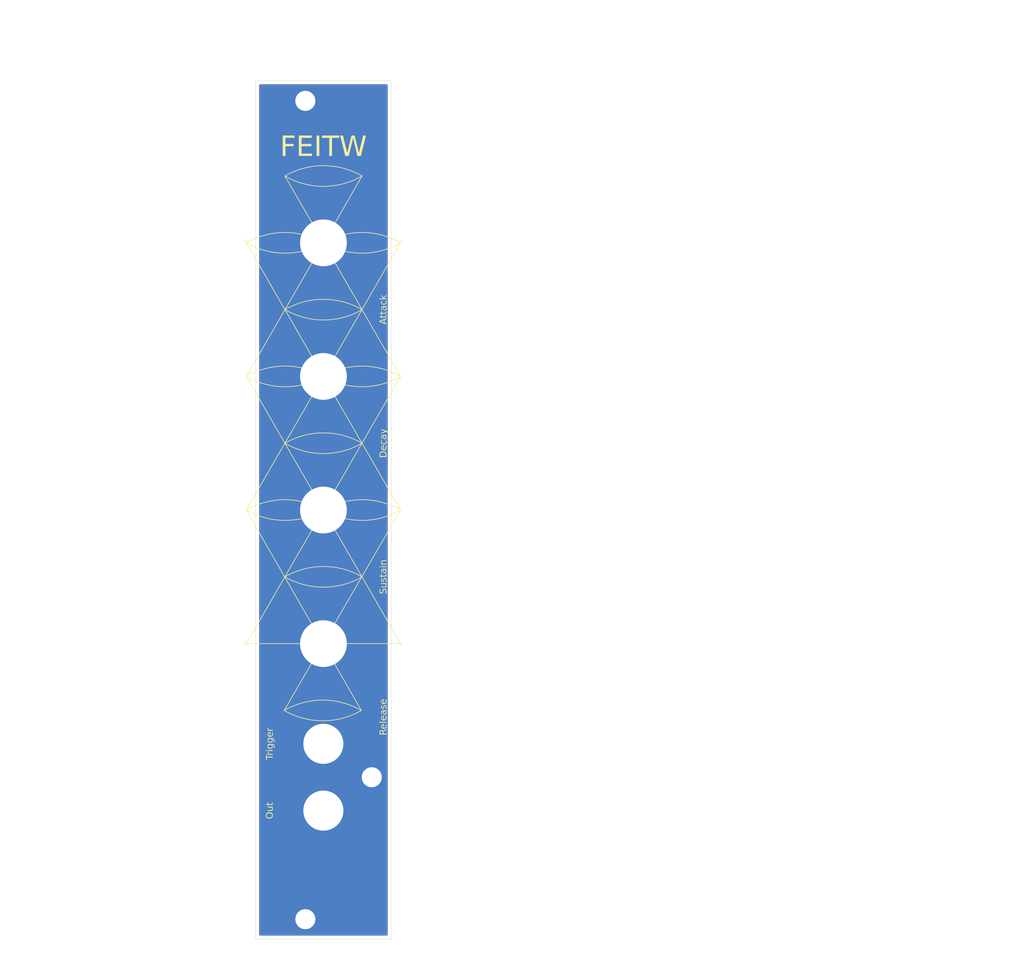
<source format=kicad_pcb>
(kicad_pcb
	(version 20240108)
	(generator "pcbnew")
	(generator_version "8.0")
	(general
		(thickness 1.6)
		(legacy_teardrops no)
	)
	(paper "A4")
	(layers
		(0 "F.Cu" signal)
		(31 "B.Cu" signal)
		(32 "B.Adhes" user "B.Adhesive")
		(33 "F.Adhes" user "F.Adhesive")
		(34 "B.Paste" user)
		(35 "F.Paste" user)
		(36 "B.SilkS" user "B.Silkscreen")
		(37 "F.SilkS" user "F.Silkscreen")
		(38 "B.Mask" user)
		(39 "F.Mask" user)
		(40 "Dwgs.User" user "User.Drawings")
		(41 "Cmts.User" user "User.Comments")
		(42 "Eco1.User" user "User.Eco1")
		(43 "Eco2.User" user "User.Eco2")
		(44 "Edge.Cuts" user)
		(45 "Margin" user)
		(46 "B.CrtYd" user "B.Courtyard")
		(47 "F.CrtYd" user "F.Courtyard")
		(48 "B.Fab" user)
		(49 "F.Fab" user)
		(50 "User.1" user)
		(51 "User.2" user)
		(52 "User.3" user)
		(53 "User.4" user)
		(54 "User.5" user)
		(55 "User.6" user)
		(56 "User.7" user)
		(57 "User.8" user)
		(58 "User.9" user)
	)
	(setup
		(pad_to_mask_clearance 0)
		(allow_soldermask_bridges_in_footprints no)
		(grid_origin 122.608749 102.752165)
		(pcbplotparams
			(layerselection 0x00010a0_7fffffff)
			(plot_on_all_layers_selection 0x0000000_00000000)
			(disableapertmacros no)
			(usegerberextensions no)
			(usegerberattributes yes)
			(usegerberadvancedattributes yes)
			(creategerberjobfile yes)
			(dashed_line_dash_ratio 12.000000)
			(dashed_line_gap_ratio 3.000000)
			(svgprecision 4)
			(plotframeref no)
			(viasonmask no)
			(mode 1)
			(useauxorigin no)
			(hpglpennumber 1)
			(hpglpenspeed 20)
			(hpglpendiameter 15.000000)
			(pdf_front_fp_property_popups yes)
			(pdf_back_fp_property_popups yes)
			(dxfpolygonmode yes)
			(dxfimperialunits yes)
			(dxfusepcbnewfont yes)
			(psnegative no)
			(psa4output no)
			(plotreference yes)
			(plotvalue yes)
			(plotfptext yes)
			(plotinvisibletext no)
			(sketchpadsonfab no)
			(subtractmaskfromsilk no)
			(outputformat 1)
			(mirror no)
			(drillshape 0)
			(scaleselection 1)
			(outputdirectory "gerber/")
		)
	)
	(net 0 "")
	(net 1 "GND")
	(gr_arc
		(start 122.485 122.75)
		(mid 128.259665 121.203496)
		(end 134.033749 122.752165)
		(stroke
			(width 0.1)
			(type default)
		)
		(layer "F.SilkS")
		(uuid "08bdbe06-a3b6-42ca-ae5f-a198afc54b39")
	)
	(gr_arc
		(start 128.3625 52.75)
		(mid 134.1375 51.202246)
		(end 139.9125 52.75)
		(stroke
			(width 0.1)
			(type default)
		)
		(layer "F.SilkS")
		(uuid "1014d7f6-4e88-45ed-bba7-032325d4b36c")
	)
	(gr_arc
		(start 134.137498 102.752165)
		(mid 128.362833 104.298669)
		(end 122.588749 102.75)
		(stroke
			(width 0.1)
			(type default)
		)
		(layer "F.SilkS")
		(uuid "10b4f636-6d24-4e1e-8810-5e9a36ea0ce8")
	)
	(gr_line
		(start 140.11 112.75)
		(end 116.41 112.75)
		(stroke
			(width 0.1)
			(type default)
		)
		(layer "F.SilkS")
		(uuid "173be8b1-2364-4545-9469-8c21f2fd293f")
	)
	(gr_line
		(start 128.375 52.75)
		(end 116.825 72.75)
		(stroke
			(width 0.1)
			(type default)
		)
		(layer "F.SilkS")
		(uuid "1d188a32-5dbf-4dbb-8d0e-ac39eb1f5560")
	)
	(gr_line
		(start 128.36 72.75)
		(end 116.81 92.75)
		(stroke
			(width 0.1)
			(type default)
		)
		(layer "F.SilkS")
		(uuid "202920d8-01ba-4d32-abd3-ca66aa69e30e")
	)
	(gr_line
		(start 128.36 72.75)
		(end 116.485 52.15)
		(stroke
			(width 0.1)
			(type default)
		)
		(layer "F.SilkS")
		(uuid "2a9011ad-571f-4f0b-9f59-126a5ecbe5df")
	)
	(gr_arc
		(start 128.361251 72.747835)
		(mid 122.586586 74.294339)
		(end 116.812502 72.74567)
		(stroke
			(width 0.1)
			(type default)
		)
		(layer "F.SilkS")
		(uuid "2b93394c-2b58-4194-9ee5-03b84cfa3b3e")
	)
	(gr_arc
		(start 134.148749 62.752165)
		(mid 128.374084 64.298669)
		(end 122.6 62.75)
		(stroke
			(width 0.1)
			(type default)
		)
		(layer "F.SilkS")
		(uuid "2de8e680-1977-44a9-94ee-d0e08e0ad806")
	)
	(gr_arc
		(start 134.035 122.75)
		(mid 128.26 124.297754)
		(end 122.485 122.75)
		(stroke
			(width 0.1)
			(type default)
		)
		(layer "F.SilkS")
		(uuid "32ef53b0-293d-4c03-aafc-98c5a40e90b2")
	)
	(gr_arc
		(start 128.375 52.75)
		(mid 122.600335 54.296504)
		(end 116.826251 52.747835)
		(stroke
			(width 0.1)
			(type default)
		)
		(layer "F.SilkS")
		(uuid "40aa4228-21db-4885-9388-d569c9ac0a85")
	)
	(gr_line
		(start 128.375 52.75)
		(end 139.9 72.75)
		(stroke
			(width 0.1)
			(type default)
		)
		(layer "F.SilkS")
		(uuid "496a762d-9c94-4542-b509-117086b9f3ba")
	)
	(gr_arc
		(start 128.362498 92.752165)
		(mid 134.137498 91.204411)
		(end 139.912498 92.752165)
		(stroke
			(width 0.1)
			(type default)
		)
		(layer "F.SilkS")
		(uuid "6331d2a1-9975-4deb-8483-77cf5ca7580f")
	)
	(gr_arc
		(start 122.587498 102.752165)
		(mid 128.362498 101.204411)
		(end 134.137498 102.752165)
		(stroke
			(width 0.1)
			(type default)
		)
		(layer "F.SilkS")
		(uuid "65011eb1-c464-489c-81b3-d4fce282dab3")
	)
	(gr_arc
		(start 139.912498 92.752165)
		(mid 134.137833 94.298669)
		(end 128.363749 92.75)
		(stroke
			(width 0.1)
			(type default)
		)
		(layer "F.SilkS")
		(uuid "66f9d360-3231-4660-8301-588cad657636")
	)
	(gr_arc
		(start 134.135 82.75)
		(mid 128.360335 84.296504)
		(end 122.586251 82.747835)
		(stroke
			(width 0.1)
			(type default)
		)
		(layer "F.SilkS")
		(uuid "721f973d-0c73-4a39-befc-5cff65a05692")
	)
	(gr_arc
		(start 139.9125 52.75)
		(mid 134.137835 54.296504)
		(end 128.363751 52.747835)
		(stroke
			(width 0.1)
			(type default)
		)
		(layer "F.SilkS")
		(uuid "7bdb9cda-153a-4555-af29-295439a1c0d9")
	)
	(gr_arc
		(start 122.598749 62.752165)
		(mid 128.373749 61.204411)
		(end 134.148749 62.752165)
		(stroke
			(width 0.1)
			(type default)
		)
		(layer "F.SilkS")
		(uuid "8856541f-8aa0-4b32-a7a2-ea861033d39f")
	)
	(gr_line
		(start 139.91 92.75)
		(end 122.485 122.75)
		(stroke
			(width 0.1)
			(type default)
		)
		(layer "F.SilkS")
		(uuid "8a8c20fc-905a-46b2-9830-b489e89abff3")
	)
	(gr_line
		(start 128.375 52.75)
		(end 134.138751 42.747835)
		(stroke
			(width 0.1)
			(type default)
		)
		(layer "F.SilkS")
		(uuid "8c0b6f27-3c0b-46a8-8191-c93076aaf492")
	)
	(gr_line
		(start 139.9 72.75)
		(end 116.7 112.95)
		(stroke
			(width 0.1)
			(type default)
		)
		(layer "F.SilkS")
		(uuid "8d0a0351-9d85-46fe-8791-1263205ace48")
	)
	(gr_line
		(start 116.825 72.75)
		(end 140.175 113.225)
		(stroke
			(width 0.1)
			(type default)
		)
		(layer "F.SilkS")
		(uuid "9de9fe39-00e8-4442-954b-ce9d68a2e7ff")
	)
	(gr_arc
		(start 128.362498 92.752165)
		(mid 122.587833 94.298669)
		(end 116.813749 92.75)
		(stroke
			(width 0.1)
			(type default)
		)
		(layer "F.SilkS")
		(uuid "a20b70b1-a0fc-4de9-bd6d-6e41d0b4994d")
	)
	(gr_line
		(start 128.36 72.75)
		(end 139.91 92.75)
		(stroke
			(width 0.1)
			(type default)
		)
		(layer "F.SilkS")
		(uuid "a55b4b2b-6732-4f4c-94d6-76386a459a4d")
	)
	(gr_line
		(start 128.375 52.75)
		(end 122.590002 42.74567)
		(stroke
			(width 0.1)
			(type default)
		)
		(layer "F.SilkS")
		(uuid "a6341692-e667-401d-8f83-84185941655d")
	)
	(gr_arc
		(start 116.812498 92.752165)
		(mid 122.587498 91.204411)
		(end 128.362498 92.752165)
		(stroke
			(width 0.1)
			(type default)
		)
		(layer "F.SilkS")
		(uuid "aaf25194-20c3-45b4-a17c-268a62cbd533")
	)
	(gr_line
		(start 116.81 92.75)
		(end 134.035 122.75)
		(stroke
			(width 0.1)
			(type default)
		)
		(layer "F.SilkS")
		(uuid "ae00a9f8-8305-4760-a9c6-395056d18519")
	)
	(gr_arc
		(start 116.811251 72.747835)
		(mid 122.586251 71.200081)
		(end 128.361251 72.747835)
		(stroke
			(width 0.1)
			(type default)
		)
		(layer "F.SilkS")
		(uuid "c2fa6ba2-9dc1-4a29-b075-98e70f155283")
	)
	(gr_arc
		(start 134.138751 42.747835)
		(mid 128.364086 44.294339)
		(end 122.590002 42.74567)
		(stroke
			(width 0.1)
			(type default)
		)
		(layer "F.SilkS")
		(uuid "cb66e8a0-f12d-4a5c-a5e1-36df57ddc012")
	)
	(gr_arc
		(start 139.91 72.75)
		(mid 134.135335 74.296504)
		(end 128.361251 72.747835)
		(stroke
			(width 0.1)
			(type default)
		)
		(layer "F.SilkS")
		(uuid "d0e60026-650b-442f-a5ec-f636ede55b39")
	)
	(gr_line
		(start 128.36 72.75)
		(end 140.135 52.325)
		(stroke
			(width 0.1)
			(type default)
		)
		(layer "F.SilkS")
		(uuid "d2ddbe8c-e2f9-4a01-ab3e-fb5e105417a9")
	)
	(gr_arc
		(start 122.585 82.75)
		(mid 128.36 81.202246)
		(end 134.135 82.75)
		(stroke
			(width 0.1)
			(type default)
		)
		(layer "F.SilkS")
		(uuid "d8994a8d-c455-463a-a716-b7ea69780cfe")
	)
	(gr_arc
		(start 116.825 52.75)
		(mid 122.6 51.202246)
		(end 128.375 52.75)
		(stroke
			(width 0.1)
			(type default)
		)
		(layer "F.SilkS")
		(uuid "dd36ea4d-3ae6-4eb5-a9a9-6477d03f611d")
	)
	(gr_arc
		(start 128.36 72.75)
		(mid 134.135 71.202246)
		(end 139.91 72.75)
		(stroke
			(width 0.1)
			(type default)
		)
		(layer "F.SilkS")
		(uuid "e4116c59-126c-49c6-9919-154d931f821f")
	)
	(gr_arc
		(start 122.588751 42.747835)
		(mid 128.363751 41.200081)
		(end 134.138751 42.747835)
		(stroke
			(width 0.1)
			(type default)
		)
		(layer "F.SilkS")
		(uuid "fea694cf-2d79-44a5-9e81-e1e3c0e15aeb")
	)
	(gr_rect
		(start 118.2 28.5)
		(end 138.52 157)
		(stroke
			(width 0.05)
			(type default)
		)
		(fill none)
		(layer "Edge.Cuts")
		(uuid "8fabd045-9e0e-435d-beff-912b0780e50b")
	)
	(gr_rect
		(start 118.2 28.4746)
		(end 138.52 157)
		(stroke
			(width 0.1)
			(type default)
		)
		(fill none)
		(layer "Margin")
		(uuid "a3e91fd5-545b-4966-b7bc-280f33978dad")
	)
	(gr_line
		(start 118.2 154)
		(end 138.6 154)
		(stroke
			(width 0.1)
			(type default)
		)
		(layer "User.4")
		(uuid "074d9463-fa0e-436e-9a3a-cb9027763b8a")
	)
	(gr_line
		(start 128.36 112.75)
		(end 150.085 150.375)
		(stroke
			(width 0.1)
			(type default)
		)
		(layer "User.4")
		(uuid "07b0843c-f090-4fac-9f67-3ae8f4c3f77f")
	)
	(gr_line
		(start 106.635 130.375)
		(end 128.36 92.75)
		(stroke
			(width 0.1)
			(type default)
		)
		(layer "User.4")
		(uuid "25591e62-6a3d-466d-b432-5862f5d1fae0")
	)
	(gr_line
		(start 172.275 70.7)
		(end 193.2 107)
		(stroke
			(width 0.1)
			(type default)
		)
		(layer "User.4")
		(uuid "25d9340a-0102-4087-b41f-8023f6b7a39e")
	)
	(gr_line
		(start 193.2 107)
		(end 214.925 144.625)
		(stroke
			(width 0.1)
			(type default)
		)
		(layer "User.4")
		(uuid "2738be89-f061-4b72-9aa8-c79532c74906")
	)
	(gr_line
		(start 106.635 90.375)
		(end 128.36 52.75)
		(stroke
			(width 0.1)
			(type default)
		)
		(layer "User.4")
		(uuid "29e0ab30-3431-4248-bc23-ecbbd24a3a4e")
	)
	(gr_line
		(start 88.36 92.75)
		(end 128.36 92.75)
		(stroke
			(width 0.1)
			(type default)
		)
		(layer "User.4")
		(uuid "2c478f70-7ebb-4ef6-82fd-3ad104b82669")
	)
	(gr_circle
		(center 128.36 52.75)
		(end 118.36 52.75)
		(stroke
			(width 0.1)
			(type default)
		)
		(fill none)
		(layer "User.4")
		(uuid "2f4f4bc7-88b2-43f1-b038-c29628df489b")
	)
	(gr_line
		(start 128.36 92.75)
		(end 168.36 92.75)
		(stroke
			(width 0.1)
			(type default)
		)
		(layer "User.4")
		(uuid "31d41203-1bc8-46be-8620-8e3dc7784cef")
	)
	(gr_line
		(start 125.65 157)
		(end 125.65 25.5)
		(stroke
			(width 0.1)
			(type default)
		)
		(layer "User.4")
		(uuid "32a22849-dd56-4be4-bb94-fd758a30a615")
	)
	(gr_circle
		(center 128.3473 127.75)
		(end 131.3473 127.75)
		(stroke
			(width 0.1)
			(type default)
		)
		(fill none)
		(layer "User.4")
		(uuid "36649d3e-1655-4c45-914a-37541c28e0af")
	)
	(gr_line
		(start 128.36 112.75)
		(end 149.285 76.45)
		(stroke
			(width 0.1)
			(type default)
		)
		(layer "User.4")
		(uuid "37314685-60ca-478e-a318-4cf8698e3038")
	)
	(gr_line
		(start 193.2 107)
		(end 233.2 107)
		(stroke
			(width 0.1)
			(type default)
		)
		(layer "User.4")
		(uuid "3a57a875-f032-42fc-b9fc-2f574b7dc45e")
	)
	(gr_line
		(start 107.435 56.45)
		(end 128.36 92.75)
		(stroke
			(width 0.1)
			(type default)
		)
		(layer "User.4")
		(uuid "456bb434-ba4d-4989-b99f-274bfb972bed")
	)
	(gr_circle
		(center 128.3473 137.75)
		(end 131.3473 137.75)
		(stroke
			(width 0.1)
			(type default)
		)
		(fill none)
		(layer "User.4")
		(uuid "47fc592a-e89e-4a5f-a88f-9120d0320823")
	)
	(gr_line
		(start 128.36 112.75)
		(end 168.36 112.75)
		(stroke
			(width 0.1)
			(type default)
		)
		(layer "User.4")
		(uuid "495c7817-77f5-44ef-b926-6bc263ede347")
	)
	(gr_line
		(start 128.36 92.75)
		(end 149.285 56.45)
		(stroke
			(width 0.1)
			(type default)
		)
		(layer "User.4")
		(uuid "4a8f3459-708b-4c4f-807b-60e8c68801f0")
	)
	(gr_line
		(start 107.435 36.45)
		(end 128.36 72.75)
		(stroke
			(width 0.1)
			(type default)
		)
		(layer "User.4")
		(uuid "4c89db35-59fd-4882-998b-a2ef09c23c4f")
	)
	(gr_line
		(start 107.435 16.45)
		(end 128.36 52.75)
		(stroke
			(width 0.1)
			(type default)
		)
		(layer "User.4")
		(uuid "583e0881-dee6-4b89-b3bd-8d65b7ec0af1")
	)
	(gr_line
		(start 128.36 72.75)
		(end 150.085 110.375)
		(stroke
			(width 0.1)
			(type default)
		)
		(layer "User.4")
		(uuid "6104ea30-e342-4868-978a-7f68f1ee5b5d")
	)
	(gr_line
		(start 193.2 107)
		(end 214.125 70.7)
		(stroke
			(width 0.1)
			(type default)
		)
		(layer "User.4")
		(uuid "641f76ae-1452-4c6e-b1f8-6b1e58dc3bd2")
	)
	(gr_line
		(start 128.36 72.75)
		(end 149.285 36.45)
		(stroke
			(width 0.1)
			(type default)
		)
		(layer "User.4")
		(uuid "6e12f7b8-c265-4275-bd15-457d107de700")
	)
	(gr_circle
		(center 135.595 132.75)
		(end 137.095 132.75)
		(stroke
			(width 0.1)
			(type default)
		)
		(fill none)
		(layer "User.4")
		(uuid "70361afb-1c59-4fae-acb9-87f00b57aed9")
	)
	(gr_line
		(start 128.36 52.75)
		(end 149.285 16.45)
		(stroke
			(width 0.1)
			(type default)
		)
		(layer "User.4")
		(uuid "79261b5a-b9b3-4ba9-ba39-9ed17108eef6")
	)
	(gr_line
		(start 106.635 150.375)
		(end 128.36 112.75)
		(stroke
			(width 0.1)
			(type default)
		)
		(layer "User.4")
		(uuid "860360d9-9113-4008-8aec-3ce4d96bd695")
	)
	(gr_line
		(start 106.635 110.375)
		(end 128.36 72.75)
		(stroke
			(width 0.1)
			(type default)
		)
		(layer "User.4")
		(uuid "8cb96edb-7f45-49ac-abd0-66608ce8d51f")
	)
	(gr_circle
		(center 128.36 112.75)
		(end 118.36 112.75)
		(stroke
			(width 0.1)
			(type default)
		)
		(fill none)
		(layer "User.4")
		(uuid "96951ee0-4853-4623-b6db-22cfaa2ad4ba")
	)
	(gr_line
		(start 153.2 107)
		(end 193.2 107)
		(stroke
			(width 0.1)
			(type default)
		)
		(layer "User.4")
		(uuid "98bab536-ccec-4e43-92bd-a5d58c7dc337")
	)
	(gr_line
		(start 88.36 72.75)
		(end 128.36 72.75)
		(stroke
			(width 0.1)
			(type default)
		)
		(layer "User.4")
		(uuid "9cc5e873-0ec8-495b-8c3d-d937c4ef15f2")
	)
	(gr_line
		(start 128.36 72.75)
		(end 168.36 72.75)
		(stroke
			(width 0.1)
			(type default)
		)
		(layer "User.4")
		(uuid "a79eaaea-5de7-4658-81c2-a859733a6d09")
	)
	(gr_line
		(start 88.36 52.75)
		(end 128.36 52.75)
		(stroke
			(width 0.1)
			(type default)
		)
		(layer "User.4")
		(uuid "ae3ae0df-c76d-47d7-92b3-9452d774d2c3")
	)
	(gr_line
		(start 128.36 92.75)
		(end 150.085 130.375)
		(stroke
			(width 0.1)
			(type default)
		)
		(layer "User.4")
		(uuid "b0dc171d-5d3a-4d42-8ddf-bc933254e213")
	)
	(gr_circle
		(center 128.36 72.75)
		(end 118.36 72.75)
		(stroke
			(width 0.1)
			(type default)
		)
		(fill none)
		(layer "User.4")
		(uuid "b67428f3-e7bc-4129-8330-9881a65e13f1")
	)
	(gr_line
		(start 128.36 52.75)
		(end 168.36 52.75)
		(stroke
			(width 0.1)
			(type default)
		)
		(layer "User.4")
		(uuid "b8e0d7c8-1944-4bb7-a69b-d321aafe5c87")
	)
	(gr_circle
		(center 193.2 107)
		(end 233.2 107)
		(stroke
			(width 0.1)
			(type default)
		)
		(fill none)
		(layer "User.4")
		(uuid "be6a0e24-779d-401a-ad49-0498a79d285c")
	)
	(gr_line
		(start 128.36 52.75)
		(end 150.085 90.375)
		(stroke
			(width 0.1)
			(type default)
		)
		(layer "User.4")
		(uuid "c03c5e55-bfb2-4a14-9218-b968ec6cc164")
	)
	(gr_line
		(start 88.36 112.75)
		(end 128.36 112.75)
		(stroke
			(width 0.1)
			(type default)
		)
		(layer "User.4")
		(uuid "ddc4ecce-5675-4451-ae52-8c1168e2c668")
	)
	(gr_line
		(start 171.475 144.625)
		(end 193.2 107)
		(stroke
			(width 0.1)
			(type default)
		)
		(layer "User.4")
		(uuid "e3694272-b8f6-4850-8e9a-7844d1538c29")
	)
	(gr_line
		(start 107.435 76.45)
		(end 128.36 112.75)
		(stroke
			(width 0.1)
			(type default)
		)
		(layer "User.4")
		(uuid "eab71039-16a2-4d37-9102-ac130d57bc65")
	)
	(gr_circle
		(center 128.36 92.75)
		(end 118.36 92.75)
		(stroke
			(width 0.1)
			(type default)
		)
		(fill none)
		(layer "User.4")
		(uuid "ebcd6e9b-34a5-45a1-897a-77650fbc9ee2")
	)
	(gr_rect
		(start 118.2 28.5)
		(end 138.52 157)
		(stroke
			(width 0.1)
			(type default)
		)
		(fill none)
		(layer "User.5")
		(uuid "7237eeeb-6452-4a7c-b50f-9ad889524e41")
	)
	(gr_text "Sustain"
		(at 137.36 102.75 90)
		(layer "F.SilkS")
		(uuid "21f263c1-c266-459f-9d4b-683c66677b64")
		(effects
			(font
				(face "Dune Rise")
				(size 1 1)
				(thickness 0.1)
			)
		)
		(render_cache "Sustain" 90
			(polygon
				(pts
					(xy 136.649773 106.652756) (xy 136.655948 106.713896) (xy 136.673667 106.77084) (xy 136.701718 106.822368)
					(xy 136.738891 106.867262) (xy 136.783975 106.904302) (xy 136.83576 106.932269) (xy 136.893034 106.949943)
					(xy 136.954588 106.956105) (xy 137.016071 106.949943) (xy 137.073313 106.932269) (xy 137.125093 106.904302)
					(xy 137.170193 106.867262) (xy 137.207393 106.822368) (xy 137.235475 106.77084) (xy 137.253218 106.713896)
					(xy 137.259403 106.652756) (xy 137.259403 106.139602) (xy 137.266048 106.087299) (xy 137.284874 106.039806)
					(xy 137.314213 105.998781) (xy 137.352401 105.965886) (xy 137.397771 105.942781) (xy 137.448658 105.931125)
					(xy 137.470184 105.930041) (xy 137.522827 105.936652) (xy 137.570645 105.955376) (xy 137.61196 105.984555)
					(xy 137.645095 106.022527) (xy 137.668373 106.067632) (xy 137.680118 106.11821) (xy 137.68121 106.139602)
					(xy 137.68121 106.956105) (xy 137.775 106.956105) (xy 137.775 106.139602) (xy 137.768824 106.078451)
					(xy 137.751106 106.02148) (xy 137.723054 105.969912) (xy 137.685881 105.924973) (xy 137.640797 105.887888)
					(xy 137.589012 105.859882) (xy 137.531738 105.842181) (xy 137.470184 105.836008) (xy 137.408631 105.842181)
					(xy 137.351356 105.859882) (xy 137.299572 105.887888) (xy 137.254487 105.924973) (xy 137.217314 105.969912)
					(xy 137.189263 106.02148) (xy 137.171545 106.078451) (xy 137.165369 106.139602) (xy 137.165369 106.652756)
					(xy 137.158708 106.705042) (xy 137.139842 106.752495) (xy 137.110448 106.793465) (xy 137.072204 106.826304)
					(xy 137.026786 106.849362) (xy 136.975872 106.86099) (xy 136.954344 106.862072) (xy 136.901798 106.855477)
					(xy 136.854048 106.836793) (xy 136.812776 106.807669) (xy 136.779665 106.769753) (xy 136.756397 106.724695)
					(xy 136.744655 106.674145) (xy 136.743562 106.652756) (xy 136.743562 105.836008) (xy 136.649773 105.836008)
				)
			)
			(polygon
				(pts
					(xy 137.212508 104.530041) (xy 137.283783 104.535421) (xy 137.351719 104.551029) (xy 137.415515 104.576069)
					(xy 137.474367 104.609743) (xy 137.527475 104.651254) (xy 137.574037 104.699806) (xy 137.61325 104.754601)
					(xy 137.644314 104.814844) (xy 137.666427 104.879735) (xy 137.678785 104.94848) (xy 137.68121 104.996057)
					(xy 137.675799 105.066927) (xy 137.6601 105.134476) (xy 137.634915 105.197906) (xy 137.601045 105.256421)
					(xy 137.559293 105.309224) (xy 137.51046 105.355518) (xy 137.455348 105.394505) (xy 137.394759 105.42539)
					(xy 137.329495 105.447374) (xy 137.260356 105.459661) (xy 137.212508 105.462072) (xy 136.649528 105.462072)
					(xy 136.649528 105.556105) (xy 137.212508 105.556105) (xy 137.270063 105.553216) (xy 137.325946 105.544733)
					(xy 137.379875 105.530939) (xy 137.431567 105.512115) (xy 137.480743 105.488541) (xy 137.527119 105.460497)
					(xy 137.570415 105.428266) (xy 137.610349 105.392127) (xy 137.64664 105.352362) (xy 137.679005 105.309251)
					(xy 137.707163 105.263075) (xy 137.730834 105.214116) (xy 137.749734 105.162653) (xy 137.763583 105.108969)
					(xy 137.772098 105.053343) (xy 137.775 104.996057) (xy 137.772098 104.93881) (xy 137.763583 104.883214)
					(xy 137.749734 104.82955) (xy 137.730834 104.7781) (xy 137.707163 104.729146) (xy 137.679005 104.68297)
					(xy 137.64664 104.639853) (xy 137.610349 104.600078) (xy 137.570415 104.563926) (xy 137.527119 104.53168)
					(xy 137.480743 104.503622) (xy 137.431567 104.480032) (xy 137.379875 104.461194) (xy 137.325946 104.44739)
					(xy 137.270063 104.4389) (xy 137.212508 104.436008) (xy 136.649528 104.436008) (xy 136.649528 104.530041)
				)
			)
			(polygon
				(pts
					(xy 136.649773 103.852756) (xy 136.655948 103.913896) (xy 136.673667 103.97084) (xy 136.701718 104.022368)
					(xy 136.738891 104.067262) (xy 136.783975 104.104302) (xy 136.83576 104.132269) (xy 136.893034 104.149943)
					(xy 136.954588 104.156105) (xy 137.016071 104.149943) (xy 137.073313 104.132269) (xy 137.125093 104.104302)
					(xy 137.170193 104.067262) (xy 137.207393 104.022368) (xy 137.235475 103.97084) (xy 137.253218 103.913896)
					(xy 137.259403 103.852756) (xy 137.259403 103.339602) (xy 137.266048 103.287299) (xy 137.284874 103.239806)
					(xy 137.314213 103.198781) (xy 137.352401 103.165886) (xy 137.397771 103.142781) (xy 137.448658 103.131125)
					(xy 137.470184 103.130041) (xy 137.522827 103.136652) (xy 137.570645 103.155376) (xy 137.61196 103.184555)
					(xy 137.645095 103.222527) (xy 137.668373 103.267632) (xy 137.680118 103.31821) (xy 137.68121 103.339602)
					(xy 137.68121 104.156105) (xy 137.775 104.156105) (xy 137.775 103.339602) (xy 137.768824 103.278451)
					(xy 137.751106 103.22148) (xy 137.723054 103.169912) (xy 137.685881 103.124973) (xy 137.640797 103.087888)
					(xy 137.589012 103.059882) (xy 137.531738 103.042181) (xy 137.470184 103.036008) (xy 137.408631 103.042181)
					(xy 137.351356 103.059882) (xy 137.299572 103.087888) (xy 137.254487 103.124973) (xy 137.217314 103.169912)
					(xy 137.189263 103.22148) (xy 137.171545 103.278451) (xy 137.165369 103.339602) (xy 137.165369 103.852756)
					(xy 137.158708 103.905042) (xy 137.139842 103.952495) (xy 137.110448 103.993465) (xy 137.072204 104.026304)
					(xy 137.026786 104.049362) (xy 136.975872 104.06099) (xy 136.954344 104.062072) (xy 136.901798 104.055477)
					(xy 136.854048 104.036793) (xy 136.812776 104.007669) (xy 136.779665 103.969753) (xy 136.756397 103.924695)
					(xy 136.744655 103.874145) (xy 136.743562 103.852756) (xy 136.743562 103.036008) (xy 136.649773 103.036008)
				)
			)
			(polygon
				(pts
					(xy 136.743562 102.756105) (xy 136.743562 102.243195) (xy 137.775 102.243195) (xy 137.775 102.149162)
					(xy 136.743562 102.149162) (xy 136.743562 101.636008) (xy 136.649773 101.636008) (xy 136.649773 102.756105)
				)
			)
			(polygon
				(pts
					(xy 137.775 101.76277) (xy 137.775 101.648464) (xy 136.858356 101.133356) (xy 137.774755 100.618248)
					(xy 137.775 100.503698) (xy 136.649528 101.133356)
				)
			)
			(polygon
				(pts
					(xy 136.743562 99.94316) (xy 136.649773 99.94316) (xy 136.649773 100.225261) (xy 136.743562 100.225261)
					(xy 136.743562 100.131227) (xy 137.68121 100.131227) (xy 137.68121 100.225261) (xy 137.775 100.225261)
					(xy 137.775 99.94316) (xy 137.68121 99.94316) (xy 137.68121 100.037194) (xy 136.743562 100.037194)
				)
			)
			(polygon
				(pts
					(xy 136.649773 99.103942) (xy 136.652671 99.161228) (xy 136.661179 99.216854) (xy 136.675016 99.270539)
					(xy 136.693901 99.322001) (xy 136.717552 99.370961) (xy 136.74569 99.417136) (xy 136.778033 99.460247)
					(xy 136.814301 99.500012) (xy 136.854212 99.536151) (xy 136.897486 99.568383) (xy 136.943842 99.596426)
					(xy 136.992999 99.62) (xy 137.044676 99.638825) (xy 137.098592 99.652619) (xy 137.154467 99.661101)
					(xy 137.21202 99.663991) (xy 137.775 99.663991) (xy 137.775 99.569957) (xy 137.21202 99.569957)
					(xy 137.140807 99.564578) (xy 137.072922 99.548969) (xy 137.009167 99.52393) (xy 136.950345 99.490256)
					(xy 136.897261 99.448745) (xy 136.850715 99.400193) (xy 136.811512 99.345397) (xy 136.780454 99.285155)
					(xy 136.758345 99.220263) (xy 136.745987 99.151519) (xy 136.743562 99.103942) (xy 136.748973 99.033072)
					(xy 136.764671 98.965523) (xy 136.789852 98.902092) (xy 136.823714 98.843577) (xy 136.865454 98.790774)
					(xy 136.914269 98.744481) (xy 136.969355 98.705493) (xy 137.02991 98.674609) (xy 137.095131 98.652625)
					(xy 137.164215 98.640337) (xy 137.21202 98.637927) (xy 137.775 98.637927) (xy 137.775 98.543893)
					(xy 137.21202 98.543893) (xy 137.154467 98.546786) (xy 137.098592 98.555275) (xy 137.044676 98.56908)
					(xy 136.992999 98.587918) (xy 136.943842 98.611507) (xy 136.897486 98.639566) (xy 136.854212 98.671812)
					(xy 136.814301 98.707963) (xy 136.778033 98.747738) (xy 136.74569 98.790855) (xy 136.717552 98.837032)
					(xy 136.693901 98.885986) (xy 136.675016 98.937436) (xy 136.661179 98.9911) (xy 136.652671 99.046696)
				)
			)
		)
	)
	(gr_text "Decay"
		(at 137.36 82.75 90)
		(layer "F.SilkS")
		(uuid "2783ea2a-e6c5-438b-aa24-ac950848efb6")
		(effects
			(font
				(face "Dune Rise")
				(size 1 1)
				(thickness 0.1)
			)
		)
		(render_cache "Decay" 90
			(polygon
				(pts
					(xy 136.649773 85.379518) (xy 136.649773 85.939566) (xy 136.743562 85.939566) (xy 136.743562 85.379518)
					(xy 136.748973 85.308647) (xy 136.764672 85.241098) (xy 136.789857 85.177668) (xy 136.823727 85.119153)
					(xy 136.865479 85.06635) (xy 136.914312 85.020056) (xy 136.969424 84.981069) (xy 137.030013 84.950184)
					(xy 137.095278 84.9282) (xy 137.164416 84.915913) (xy 137.212264 84.913502) (xy 137.283602 84.918882)
					(xy 137.351588 84.93449) (xy 137.415424 84.95953) (xy 137.474307 84.993204) (xy 137.527438 85.034715)
					(xy 137.574016 85.083267) (xy 137.613241 85.138062) (xy 137.64431 85.198305) (xy 137.666426 85.263196)
					(xy 137.678785 85.331941) (xy 137.68121 85.379518) (xy 137.68121 85.939566) (xy 137.775 85.939566)
					(xy 137.775 85.379518) (xy 137.772098 85.322271) (xy 137.763582 85.266675) (xy 137.749732 85.213011)
					(xy 137.73083 85.161561) (xy 137.707156 85.112607) (xy 137.678992 85.066431) (xy 137.646619 85.023314)
					(xy 137.610319 84.983539) (xy 137.570372 84.947387) (xy 137.52706 84.915141) (xy 137.480663 84.887083)
					(xy 137.431464 84.863493) (xy 137.379744 84.844655) (xy 137.325783 84.830851) (xy 137.269862 84.822361)
					(xy 137.212264 84.819469) (xy 137.154709 84.822361) (xy 137.098826 84.830851) (xy 137.044898 84.844655)
					(xy 136.993205 84.863493) (xy 136.944029 84.887083) (xy 136.897653 84.915141) (xy 136.854357 84.947387)
					(xy 136.814423 84.983539) (xy 136.778133 85.023314) (xy 136.745767 85.066431) (xy 136.717609 85.112607)
					(xy 136.693939 85.161561) (xy 136.675038 85.213011) (xy 136.66119 85.266675) (xy 136.652674 85.322271)
				)
			)
			(polygon
				(pts
					(xy 137.212264 84.539566) (xy 137.269862 84.536677) (xy 137.325783 84.528194) (xy 137.379744 84.5144)
					(xy 137.431464 84.495576) (xy 137.480663 84.472002) (xy 137.52706 84.443958) (xy 137.570372 84.411727)
					(xy 137.610319 84.375588) (xy 137.646619 84.335823) (xy 137.678992 84.292712) (xy 137.707156 84.246536)
					(xy 137.73083 84.197577) (xy 137.749732 84.146114) (xy 137.763582 84.09243) (xy 137.772098 84.036804)
					(xy 137.775 83.979518) (xy 137.775 83.419469) (xy 137.68121 83.419469) (xy 137.68121 83.979518)
					(xy 137.676433 84.0461) (xy 137.662544 84.109808) (xy 137.640207 84.169982) (xy 137.610087 84.225963)
					(xy 137.572847 84.277092) (xy 137.529152 84.322708) (xy 137.479666 84.362154) (xy 137.425053 84.394769)
					(xy 137.365977 84.419894) (xy 137.303102 84.43687) (xy 137.259403 84.443335) (xy 137.259403 83.419469)
					(xy 137.165369 83.419469) (xy 137.165369 84.443335) (xy 137.100337 84.432157) (xy 137.038671 84.412392)
					(xy 136.981033 84.384696) (xy 136.928086 84.349731) (xy 136.880489 84.308156) (xy 136.838907 84.260629)
					(xy 136.803999 84.20781) (xy 136.776428 84.150358) (xy 136.756855 84.088932) (xy 136.745943 84.024193)
					(xy 136.743806 83.979518) (xy 136.743806 83.419469) (xy 136.649773 83.419469) (xy 136.649773 83.979518)
					(xy 136.652674 84.036804) (xy 136.66119 84.09243) (xy 136.675038 84.146114) (xy 136.693939 84.197577)
					(xy 136.717609 84.246536) (xy 136.745767 84.292712) (xy 136.778133 84.335823) (xy 136.814423 84.375588)
					(xy 136.854357 84.411727) (xy 136.897653 84.443958) (xy 136.944029 84.472002) (xy 136.993205 84.495576)
					(xy 137.044898 84.5144) (xy 137.098826 84.528194) (xy 137.154709 84.536677)
				)
			)
			(polygon
				(pts
					(xy 137.212264 83.139566) (xy 137.269862 83.136677) (xy 137.325783 83.128194) (xy 137.379744 83.1144)
					(xy 137.431464 83.095576) (xy 137.480663 83.072002) (xy 137.52706 83.043958) (xy 137.570372 83.011727)
					(xy 137.610319 82.975588) (xy 137.646619 82.935823) (xy 137.678992 82.892712) (xy 137.707156 82.846536)
					(xy 137.73083 82.797577) (xy 137.749732 82.746114) (xy 137.763582 82.69243) (xy 137.772098 82.636804)
					(xy 137.775 82.579518) (xy 137.775 82.019469) (xy 137.68121 82.019469) (xy 137.68121 82.579518)
					(xy 137.675799 82.650388) (xy 137.660098 82.717937) (xy 137.634909 82.781367) (xy 137.601032 82.839882)
					(xy 137.559268 82.892685) (xy 137.510417 82.938979) (xy 137.455279 82.977966) (xy 137.394656 83.008851)
					(xy 137.329348 83.030835) (xy 137.260155 83.043122) (xy 137.212264 83.045533) (xy 137.140989 83.040153)
					(xy 137.073053 83.024545) (xy 137.009258 82.999505) (xy 136.950405 82.965831) (xy 136.897297 82.92432)
					(xy 136.850735 82.875768) (xy 136.811522 82.820973) (xy 136.780458 82.76073) (xy 136.758346 82.695839)
					(xy 136.745987 82.627094) (xy 136.743562 82.579518) (xy 136.743562 82.019469) (xy 136.649773 82.019469)
					(xy 136.649773 82.579518) (xy 136.652674 82.636804) (xy 136.66119 82.69243) (xy 136.675038 82.746114)
					(xy 136.693939 82.797577) (xy 136.717609 82.846536) (xy 136.745767 82.892712) (xy 136.778133 82.935823)
					(xy 136.814423 82.975588) (xy 136.854357 83.011727) (xy 136.897653 83.043958) (xy 136.944029 83.072002)
					(xy 136.993205 83.095576) (xy 137.044898 83.1144) (xy 137.098826 83.128194) (xy 137.154709 83.136677)
				)
			)
			(polygon
				(pts
					(xy 137.775 81.739811) (xy 137.775 81.625505) (xy 136.858356 81.110397) (xy 137.774755 80.595289)
					(xy 137.775 80.480739) (xy 136.649528 81.110397)
				)
			)
			(polygon
				(pts
					(xy 136.696912 79.654465) (xy 136.768181 79.659845) (xy 136.8361 79.675453) (xy 136.899871 79.700493)
					(xy 136.958693 79.734167) (xy 137.011768 79.775678) (xy 137.058295 79.82423) (xy 137.097476 79.879025)
					(xy 137.128512 79.939268) (xy 137.150602 80.004159) (xy 137.162947 80.072904) (xy 137.165369 80.120481)
					(xy 137.159964 80.191351) (xy 137.144282 80.2589) (xy 137.119121 80.32233) (xy 137.085282 80.380845)
					(xy 137.043563 80.433648) (xy 136.994764 80.479942) (xy 136.939685 80.518929) (xy 136.879124 80.549814)
					(xy 136.813882 80.571798) (xy 136.744757 80.584085) (xy 136.696912 80.586496) (xy 136.649528 80.586496)
					(xy 136.649528 80.680529) (xy 136.696912 80.680529) (xy 136.751566 80.677925) (xy 136.804726 80.670271)
					(xy 136.856151 80.657809) (xy 136.905602 80.640779) (xy 136.952837 80.619421) (xy 136.997616 80.593976)
					(xy 137.0397 80.564684) (xy 137.078846 80.531785) (xy 137.114816 80.495521) (xy 137.147368 80.456131)
					(xy 137.176262 80.413856) (xy 137.201258 80.368937) (xy 137.222115 80.321613) (xy 137.238593 80.272125)
					(xy 137.250451 80.220714) (xy 137.257449 80.167619) (xy 137.775 80.167619) (xy 137.775 80.073586)
					(xy 137.257449 80.073586) (xy 137.250451 80.020489) (xy 137.238593 79.96907) (xy 137.222115 79.91957)
					(xy 137.201258 79.872231) (xy 137.176262 79.827292) (xy 137.147368 79.784997) (xy 137.114816 79.745585)
					(xy 137.078846 79.709298) (xy 137.0397 79.676377) (xy 136.997616 79.647063) (xy 136.952837 79.621597)
					(xy 136.905602 79.60022) (xy 136.856151 79.583175) (xy 136.804726 79.5707) (xy 136.751566 79.563039)
					(xy 136.696912 79.560432) (xy 136.649528 79.560432) (xy 136.649528 79.654465)
				)
			)
		)
	)
	(gr_text "Trigger"
		(at 120.36 127.75 90)
		(layer "F.SilkS")
		(uuid "79ba5fc1-326c-4047-a039-352cdfd8610f")
		(effects
			(font
				(face "Dune Rise")
				(size 1 1)
				(thickness 0.1)
			)
		)
		(render_cache "Trigger" 90
			(polygon
				(pts
					(xy 119.743562 132.090438) (xy 119.743562 131.577528) (xy 120.775 131.577528) (xy 120.775 131.483495)
					(xy 119.743562 131.483495) (xy 119.743562 130.970341) (xy 119.649773 130.970341) (xy 119.649773 132.090438)
				)
			)
			(polygon
				(pts
					(xy 120.775 129.664374) (xy 120.46994 129.664374) (xy 120.448457 129.665458) (xy 120.397655 129.677111)
					(xy 120.352342 129.700206) (xy 120.314188 129.733078) (xy 120.284866 129.774059) (xy 120.266047 129.821486)
					(xy 120.259403 129.87369) (xy 120.259403 130.596405) (xy 120.775 130.596405) (xy 120.775 130.690438)
					(xy 119.649773 130.690438) (xy 119.649773 130.596649) (xy 119.743562 130.596649) (xy 120.165369 130.596649)
					(xy 120.165369 129.87369) (xy 120.164237 129.852342) (xy 120.152437 129.801848) (xy 120.129159 129.7568)
					(xy 120.09607 129.718863) (xy 120.054834 129.689702) (xy 120.007118 129.670984) (xy 119.954588 129.664374)
					(xy 119.933059 129.665458) (xy 119.882145 129.677114) (xy 119.836727 129.700219) (xy 119.798483 129.733114)
					(xy 119.769089 129.774139) (xy 119.750223 129.821632) (xy 119.743562 129.873935) (xy 119.743562 130.596649)
					(xy 119.649773 130.596649) (xy 119.649773 129.873935) (xy 119.655948 129.812784) (xy 119.673667 129.755813)
					(xy 119.701718 129.704245) (xy 119.738891 129.659306) (xy 119.783975 129.622221) (xy 119.83576 129.594215)
					(xy 119.893034 129.576514) (xy 119.954588 129.570341) (xy 119.984779 129.571812) (xy 120.033146 129.580526)
					(xy 120.087175 129.600526) (xy 120.135778 129.629887) (xy 120.177845 129.667497) (xy 120.212264 129.712246)
					(xy 120.228448 129.689048) (xy 120.26683 129.64773) (xy 120.312304 129.614106) (xy 120.363759 129.589287)
					(xy 120.420084 129.574384) (xy 120.46994 129.570341) (xy 120.775 129.570341)
				)
			)
			(polygon
				(pts
					(xy 119.743562 129.008826) (xy 119.649773 129.008826) (xy 119.649773 129.290927) (xy 119.743562 129.290927)
					(xy 119.743562 129.196893) (xy 120.68121 129.196893) (xy 120.68121 129.290927) (xy 120.775 129.290927)
					(xy 120.775 129.008826) (xy 120.68121 129.008826) (xy 120.68121 129.10286) (xy 119.743562 129.10286)
				)
			)
			(polygon
				(pts
					(xy 120.212264 128.729657) (xy 120.269862 128.726767) (xy 120.325783 128.718285) (xy 120.379744 128.704491)
					(xy 120.431464 128.685666) (xy 120.480663 128.662092) (xy 120.52706 128.634049) (xy 120.570372 128.601817)
					(xy 120.610319 128.565678) (xy 120.646619 128.525913) (xy 120.678992 128.482802) (xy 120.707156 128.436627)
					(xy 120.73083 128.387667) (xy 120.749732 128.336205) (xy 120.763582 128.28252) (xy 120.772098 128.226894)
					(xy 120.775 128.169608) (xy 120.775 127.609559) (xy 120.165369 127.609559) (xy 120.165369 128.01085)
					(xy 120.259403 128.01085) (xy 120.259403 127.703593) (xy 120.68121 127.703593) (xy 120.68121 128.169608)
					(xy 120.675793 128.240478) (xy 120.660077 128.308027) (xy 120.634868 128.371458) (xy 120.600968 128.429973)
					(xy 120.559182 128.482776) (xy 120.510315 128.529069) (xy 120.455171 128.568057) (xy 120.394553 128.598941)
					(xy 120.329266 128.620925) (xy 120.260115 128.633213) (xy 120.212264 128.635623) (xy 120.141051 128.630243)
					(xy 120.073166 128.614635) (xy 120.009411 128.589596) (xy 119.95059 128.555922) (xy 119.897505 128.51441)
					(xy 119.850959 128.465859) (xy 119.811756 128.411063) (xy 119.780698 128.350821) (xy 119.758589 128.285929)
					(xy 119.746231 128.217184) (xy 119.743806 128.169608) (xy 119.743806 127.609559) (xy 119.649773 127.609559)
					(xy 119.649773 128.169608) (xy 119.652674 128.226894) (xy 119.66119 128.28252) (xy 119.675038 128.336205)
					(xy 119.693939 128.387667) (xy 119.717609 128.436627) (xy 119.745767 128.482802) (xy 119.778133 128.525913)
					(xy 119.814423 128.565678) (xy 119.854357 128.601817) (xy 119.897653 128.634049) (xy 119.944029 128.662092)
					(xy 119.993205 128.685666) (xy 120.044898 128.704491) (xy 120.098826 128.718285) (xy 120.154709 128.726767)
				)
			)
			(polygon
				(pts
					(xy 120.212264 127.329657) (xy 120.269862 127.326767) (xy 120.325783 127.318285) (xy 120.379744 127.304491)
					(xy 120.431464 127.285666) (xy 120.480663 127.262092) (xy 120.52706 127.234049) (xy 120.570372 127.201817)
					(xy 120.610319 127.165678) (xy 120.646619 127.125913) (xy 120.678992 127.082802) (xy 120.707156 127.036627)
					(xy 120.73083 126.987667) (xy 120.749732 126.936205) (xy 120.763582 126.88252) (xy 120.772098 126.826894)
					(xy 120.775 126.769608) (xy 120.775 126.209559) (xy 120.165369 126.209559) (xy 120.165369 126.61085)
					(xy 120.259403 126.61085) (xy 120.259403 126.303593) (xy 120.68121 126.303593) (xy 120.68121 126.769608)
					(xy 120.675793 126.840478) (xy 120.660077 126.908027) (xy 120.634868 126.971458) (xy 120.600968 127.029973)
					(xy 120.559182 127.082776) (xy 120.510315 127.129069) (xy 120.455171 127.168057) (xy 120.394553 127.198941)
					(xy 120.329266 127.220925) (xy 120.260115 127.233213) (xy 120.212264 127.235623) (xy 120.141051 127.230243)
					(xy 120.073166 127.214635) (xy 120.009411 127.189596) (xy 119.95059 127.155922) (xy 119.897505 127.11441)
					(xy 119.850959 127.065859) (xy 119.811756 127.011063) (xy 119.780698 126.950821) (xy 119.758589 126.885929)
					(xy 119.746231 126.817184) (xy 119.743806 126.769608) (xy 119.743806 126.209559) (xy 119.649773 126.209559)
					(xy 119.649773 126.769608) (xy 119.652674 126.826894) (xy 119.66119 126.88252) (xy 119.675038 126.936205)
					(xy 119.693939 126.987667) (xy 119.717609 127.036627) (xy 119.745767 127.082802) (xy 119.778133 127.125913)
					(xy 119.814423 127.165678) (xy 119.854357 127.201817) (xy 119.897653 127.234049) (xy 119.944029 127.262092)
					(xy 119.993205 127.285666) (xy 120.044898 127.304491) (xy 120.098826 127.318285) (xy 120.154709 127.326767)
				)
			)
			(polygon
				(pts
					(xy 120.212264 125.929657) (xy 120.269862 125.926767) (xy 120.325783 125.918285) (xy 120.379744 125.904491)
					(xy 120.431464 125.885666) (xy 120.480663 125.862092) (xy 120.52706 125.834049) (xy 120.570372 125.801817)
					(xy 120.610319 125.765678) (xy 120.646619 125.725913) (xy 120.678992 125.682802) (xy 120.707156 125.636627)
					(xy 120.73083 125.587667) (xy 120.749732 125.536205) (xy 120.763582 125.48252) (xy 120.772098 125.426894)
					(xy 120.775 125.369608) (xy 120.775 124.809559) (xy 120.68121 124.809559) (xy 120.68121 125.369608)
					(xy 120.676433 125.436191) (xy 120.662544 125.499899) (xy 120.640207 125.560073) (xy 120.610087 125.616054)
					(xy 120.572847 125.667182) (xy 120.529152 125.712799) (xy 120.479666 125.752244) (xy 120.425053 125.784859)
					(xy 120.365977 125.809984) (xy 120.303102 125.82696) (xy 120.259403 125.833425) (xy 120.259403 124.809559)
					(xy 120.165369 124.809559) (xy 120.165369 125.833425) (xy 120.100337 125.822248) (xy 120.038671 125.802482)
					(xy 119.981033 125.774787) (xy 119.928086 125.739822) (xy 119.880489 125.698246) (xy 119.838907 125.650719)
					(xy 119.803999 125.5979) (xy 119.776428 125.540448) (xy 119.756855 125.479023) (xy 119.745943 125.414283)
					(xy 119.743806 125.369608) (xy 119.743806 124.809559) (xy 119.649773 124.809559) (xy 119.649773 125.369608)
					(xy 119.652674 125.426894) (xy 119.66119 125.48252) (xy 119.675038 125.536205) (xy 119.693939 125.587667)
					(xy 119.717609 125.636627) (xy 119.745767 125.682802) (xy 119.778133 125.725913) (xy 119.814423 125.765678)
					(xy 119.854357 125.801817) (xy 119.897653 125.834049) (xy 119.944029 125.862092) (xy 119.993205 125.885666)
					(xy 120.044898 125.904491) (xy 120.098826 125.918285) (xy 120.154709 125.926767)
				)
			)
			(polygon
				(pts
					(xy 120.775 123.503593) (xy 120.46994 123.503593) (xy 120.448457 123.504677) (xy 120.397655 123.51633)
					(xy 120.352342 123.539425) (xy 120.314188 123.572296) (xy 120.284866 123.613278) (xy 120.266047 123.660704)
					(xy 120.259403 123.712909) (xy 120.259403 124.435623) (xy 120.775 124.435623) (xy 120.775 124.529657)
					(xy 119.649773 124.529657) (xy 119.649773 124.435868) (xy 119.743562 124.435868) (xy 120.165369 124.435868)
					(xy 120.165369 123.712909) (xy 120.164237 123.69156) (xy 120.152437 123.641067) (xy 120.129159 123.596018)
					(xy 120.09607 123.558081) (xy 120.054834 123.52892) (xy 120.007118 123.510202) (xy 119.954588 123.503593)
					(xy 119.933059 123.504677) (xy 119.882145 123.516332) (xy 119.836727 123.539438) (xy 119.798483 123.572333)
					(xy 119.769089 123.613357) (xy 119.750223 123.660851) (xy 119.743562 123.713153) (xy 119.743562 124.435868)
					(xy 119.649773 124.435868) (xy 119.649773 123.713153) (xy 119.655948 123.652003) (xy 119.673667 123.595031)
					(xy 119.701718 123.543463) (xy 119.738891 123.498525) (xy 119.783975 123.46144) (xy 119.83576 123.433434)
					(xy 119.893034 123.415732) (xy 119.954588 123.409559) (xy 119.984779 123.41103) (xy 120.033146 123.419745)
					(xy 120.087175 123.439745) (xy 120.135778 123.469105) (xy 120.177845 123.506715) (xy 120.212264 123.551464)
					(xy 120.228448 123.528267) (xy 120.26683 123.486948) (xy 120.312304 123.453324) (xy 120.363759 123.428505)
					(xy 120.420084 123.413602) (xy 120.46994 123.409559) (xy 120.775 123.409559)
				)
			)
		)
	)
	(gr_text "Attack"
		(at 137.36 62.75 90)
		(layer "F.SilkS")
		(uuid "7a5b79a9-2181-4b89-9bbc-06ebf7cd81a6")
		(effects
			(font
				(face "Dune Rise")
				(size 1 1)
				(thickness 0.1)
			)
		)
		(render_cache "Attack" 90
			(polygon
				(pts
					(xy 137.775 66.446614) (xy 137.775 66.332309) (xy 136.854204 65.817201) (xy 137.775 65.302825)
					(xy 137.775 65.188031) (xy 136.649528 65.816712)
				)
			)
			(polygon
				(pts
					(xy 136.743562 65.314305) (xy 136.743562 64.801395) (xy 137.775 64.801395) (xy 137.775 64.707361)
					(xy 136.743562 64.707361) (xy 136.743562 64.194207) (xy 136.649773 64.194207) (xy 136.649773 65.314305)
				)
			)
			(polygon
				(pts
					(xy 136.743562 63.914305) (xy 136.743562 63.401395) (xy 137.775 63.401395) (xy 137.775 63.307361)
					(xy 136.743562 63.307361) (xy 136.743562 62.794207) (xy 136.649773 62.794207) (xy 136.649773 63.914305)
				)
			)
			(polygon
				(pts
					(xy 137.775 62.920969) (xy 137.775 62.806663) (xy 136.858356 62.291555) (xy 137.774755 61.776447)
					(xy 137.775 61.661897) (xy 136.649528 62.291555)
				)
			)
			(polygon
				(pts
					(xy 137.212264 61.573481) (xy 137.269862 61.570591) (xy 137.325783 61.562109) (xy 137.379744 61.548315)
					(xy 137.431464 61.529491) (xy 137.480663 61.505916) (xy 137.52706 61.477873) (xy 137.570372 61.445641)
					(xy 137.610319 61.409503) (xy 137.646619 61.369737) (xy 137.678992 61.326626) (xy 137.707156 61.280451)
					(xy 137.73083 61.231491) (xy 137.749732 61.180029) (xy 137.763582 61.126344) (xy 137.772098 61.070719)
					(xy 137.775 61.013432) (xy 137.775 60.453383) (xy 137.68121 60.453383) (xy 137.68121 61.013432)
					(xy 137.675799 61.084303) (xy 137.660098 61.151851) (xy 137.634909 61.215282) (xy 137.601032 61.273797)
					(xy 137.559268 61.3266) (xy 137.510417 61.372894) (xy 137.455279 61.411881) (xy 137.394656 61.442765)
					(xy 137.329348 61.46475) (xy 137.260155 61.477037) (xy 137.212264 61.479448) (xy 137.140989 61.474068)
					(xy 137.073053 61.45846) (xy 137.009258 61.43342) (xy 136.950405 61.399746) (xy 136.897297 61.358235)
					(xy 136.850735 61.309683) (xy 136.811522 61.254887) (xy 136.780458 61.194645) (xy 136.758346 61.129753)
					(xy 136.745987 61.061009) (xy 136.743562 61.013432) (xy 136.743562 60.453383) (xy 136.649773 60.453383)
					(xy 136.649773 61.013432) (xy 136.652674 61.070719) (xy 136.66119 61.126344) (xy 136.675038 61.180029)
					(xy 136.693939 61.231491) (xy 136.717609 61.280451) (xy 136.745767 61.326626) (xy 136.778133 61.369737)
					(xy 136.814423 61.409503) (xy 136.854357 61.445641) (xy 136.897653 61.477873) (xy 136.944029 61.505916)
					(xy 136.993205 61.529491) (xy 137.044898 61.548315) (xy 137.098826 61.562109) (xy 137.154709 61.570591)
				)
			)
			(polygon
				(pts
					(xy 136.649528 59.199441) (xy 137.393736 60.079692) (xy 136.649528 60.079692) (xy 136.649528 60.173725)
					(xy 137.473115 60.173725) (xy 137.596702 60.173725) (xy 137.775 60.173725) (xy 137.775 60.079692)
					(xy 137.517079 60.079692) (xy 137.274057 59.792218) (xy 137.775 59.199441) (xy 137.775 59.053383)
					(xy 137.212508 59.719189) (xy 136.649528 59.053383)
				)
			)
		)
	)
	(gr_text "Release"
		(at 137.36 123.75 90)
		(layer "F.SilkS")
		(uuid "e21da705-eb44-407b-98e5-72e4d30e1f46")
		(effects
			(font
				(face "Dune Rise")
				(size 1 1)
				(thickness 0.1)
			)
		)
		(render_cache "Release" 90
			(polygon
				(pts
					(xy 136.954588 127.363572) (xy 136.893034 127.369745) (xy 136.83576 127.387446) (xy 136.783975 127.415452)
					(xy 136.738891 127.452537) (xy 136.701718 127.497476) (xy 136.673667 127.549044) (xy 136.655948 127.606015)
					(xy 136.649773 127.667166) (xy 136.649773 128.483669) (xy 136.743562 128.483669) (xy 136.743562 127.667166)
					(xy 136.750223 127.614863) (xy 136.769089 127.56737) (xy 136.798483 127.526345) (xy 136.836727 127.49345)
					(xy 136.882145 127.470345) (xy 136.933059 127.458689) (xy 136.954588 127.457605) (xy 137.007118 127.464215)
					(xy 137.054834 127.482933) (xy 137.09607 127.512094) (xy 137.129159 127.550031) (xy 137.152437 127.595079)
					(xy 137.164237 127.645573) (xy 137.165369 127.666921) (xy 137.165369 128.483669) (xy 137.775 128.483669)
					(xy 137.775 128.389636) (xy 137.259403 128.389636) (xy 137.259403 127.666921) (xy 137.266047 127.614717)
					(xy 137.284866 127.56729) (xy 137.314188 127.526309) (xy 137.352342 127.493437) (xy 137.397655 127.470342)
					(xy 137.448457 127.458689) (xy 137.46994 127.457605) (xy 137.775 127.457605) (xy 137.775 127.363572)
					(xy 137.46994 127.363572) (xy 137.420084 127.367615) (xy 137.363759 127.382518) (xy 137.312304 127.407337)
					(xy 137.26683 127.440961) (xy 137.228448 127.482279) (xy 137.212264 127.505477) (xy 137.177845 127.460728)
					(xy 137.135778 127.423118) (xy 137.087175 127.393757) (xy 137.033146 127.373757) (xy 136.984779 127.365043)
				)
			)
			(polygon
				(pts
					(xy 137.212264 127.083669) (xy 137.269862 127.08078) (xy 137.325783 127.072297) (xy 137.379744 127.058503)
					(xy 137.431464 127.039679) (xy 137.480663 127.016105) (xy 137.52706 126.988061) (xy 137.570372 126.95583)
					(xy 137.610319 126.919691) (xy 137.646619 126.879926) (xy 137.678992 126.836815) (xy 137.707156 126.790639)
					(xy 137.73083 126.74168) (xy 137.749732 126.690217) (xy 137.763582 126.636533) (xy 137.772098 126.580907)
					(xy 137.775 126.523621) (xy 137.775 125.963572) (xy 137.68121 125.963572) (xy 137.68121 126.523621)
					(xy 137.676433 126.590203) (xy 137.662544 126.653911) (xy 137.640207 126.714085) (xy 137.610087 126.770066)
					(xy 137.572847 126.821195) (xy 137.529152 126.866811) (xy 137.479666 126.906257) (xy 137.425053 126.938872)
					(xy 137.365977 126.963997) (xy 137.303102 126.980973) (xy 137.259403 126.987438) (xy 137.259403 125.963572)
					(xy 137.165369 125.963572) (xy 137.165369 126.987438) (xy 137.100337 126.97626) (xy 137.038671 126.956495)
					(xy 136.981033 126.928799) (xy 136.928086 126.893834) (xy 136.880489 126.852259) (xy 136.838907 126.804732)
					(xy 136.803999 126.751913) (xy 136.776428 126.694461) (xy 136.756855 126.633035) (xy 136.745943 126.568296)
					(xy 136.743806 126.523621) (xy 136.743806 125.963572) (xy 136.649773 125.963572) (xy 136.649773 126.523621)
					(xy 136.652674 126.580907) (xy 136.66119 126.636533) (xy 136.675038 126.690217) (xy 136.693939 126.74168)
					(xy 136.717609 126.790639) (xy 136.745767 126.836815) (xy 136.778133 126.879926) (xy 136.814423 126.919691)
					(xy 136.854357 126.95583) (xy 136.897653 126.988061) (xy 136.944029 127.016105) (xy 136.993205 127.039679)
					(xy 137.044898 127.058503) (xy 137.098826 127.072297) (xy 137.154709 127.08078)
				)
			)
			(polygon
				(pts
					(xy 137.68121 124.867166) (xy 137.68121 125.589636) (xy 136.649528 125.589636) (xy 136.649528 125.683669)
					(xy 137.68121 125.683669) (xy 137.702948 125.683669) (xy 137.775 125.683669) (xy 137.775 124.867166)
					(xy 137.775 124.563572) (xy 137.68121 124.563572) (xy 137.68121 124.647835)
				)
			)
			(polygon
				(pts
					(xy 137.212264 124.474179) (xy 137.269862 124.471289) (xy 137.325783 124.462807) (xy 137.379744 124.449013)
					(xy 137.431464 124.430188) (xy 137.480663 124.406614) (xy 137.52706 124.378571) (xy 137.570372 124.346339)
					(xy 137.610319 124.3102) (xy 137.646619 124.270435) (xy 137.678992 124.227324) (xy 137.707156 124.181149)
					(xy 137.73083 124.132189) (xy 137.749732 124.080727) (xy 137.763582 124.027042) (xy 137.772098 123.971416)
					(xy 137.775 123.91413) (xy 137.775 123.354081) (xy 137.68121 123.354081) (xy 137.68121 123.91413)
					(xy 137.676433 123.980713) (xy 137.662544 124.044421) (xy 137.640207 124.104595) (xy 137.610087 124.160576)
					(xy 137.572847 124.211704) (xy 137.529152 124.257321) (xy 137.479666 124.296766) (xy 137.425053 124.329381)
					(xy 137.365977 124.354506) (xy 137.303102 124.371482) (xy 137.259403 124.377947) (xy 137.259403 123.354081)
					(xy 137.165369 123.354081) (xy 137.165369 124.377947) (xy 137.100337 124.36677) (xy 137.038671 124.347004)
					(xy 136.981033 124.319309) (xy 136.928086 124.284344) (xy 136.880489 124.242768) (xy 136.838907 124.195241)
					(xy 136.803999 124.142422) (xy 136.776428 124.08497) (xy 136.756855 124.023545) (xy 136.745943 123.958805)
					(xy 136.743806 123.91413) (xy 136.743806 123.354081) (xy 136.649773 123.354081) (xy 136.649773 123.91413)
					(xy 136.652674 123.971416) (xy 136.66119 124.027042) (xy 136.675038 124.080727) (xy 136.693939 124.132189)
					(xy 136.717609 124.181149) (xy 136.745767 124.227324) (xy 136.778133 124.270435) (xy 136.814423 124.3102)
					(xy 136.854357 124.346339) (xy 136.897653 124.378571) (xy 136.944029 124.406614) (xy 136.993205 124.430188)
					(xy 137.044898 124.449013) (xy 137.098826 124.462807) (xy 137.154709 124.471289)
				)
			)
			(polygon
				(pts
					(xy 137.775 123.074423) (xy 137.775 122.960117) (xy 136.858356 122.445009) (xy 137.774755 121.929901)
					(xy 137.775 121.815351) (xy 136.649528 122.445009)
				)
			)
			(polygon
				(pts
					(xy 136.649773 121.233076) (xy 136.655948 121.294216) (xy 136.673667 121.35116) (xy 136.701718 121.402689)
					(xy 136.738891 121.447582) (xy 136.783975 121.484622) (xy 136.83576 121.512589) (xy 136.893034 121.530263)
					(xy 136.954588 121.536426) (xy 137.016071 121.530263) (xy 137.073313 121.512589) (xy 137.125093 121.484622)
					(xy 137.170193 121.447582) (xy 137.207393 121.402689) (xy 137.235475 121.35116) (xy 137.253218 121.294216)
					(xy 137.259403 121.233076) (xy 137.259403 120.719922) (xy 137.266048 120.66762) (xy 137.284874 120.620126)
					(xy 137.314213 120.579102) (xy 137.352401 120.546207) (xy 137.397771 120.523101) (xy 137.448658 120.511446)
					(xy 137.470184 120.510362) (xy 137.522827 120.516972) (xy 137.570645 120.535697) (xy 137.61196 120.564875)
					(xy 137.645095 120.602847) (xy 137.668373 120.647952) (xy 137.680118 120.69853) (xy 137.68121 120.719922)
					(xy 137.68121 121.536426) (xy 137.775 121.536426) (xy 137.775 120.719922) (xy 137.768824 120.658772)
					(xy 137.751106 120.6018) (xy 137.723054 120.550232) (xy 137.685881 120.505294) (xy 137.640797 120.468209)
					(xy 137.589012 120.440203) (xy 137.531738 120.422501) (xy 137.470184 120.416328) (xy 137.408631 120.422501)
					(xy 137.351356 120.440203) (xy 137.299572 120.468209) (xy 137.254487 120.505294) (xy 137.217314 120.550232)
					(xy 137.189263 120.6018) (xy 137.171545 120.658772) (xy 137.165369 120.719922) (xy 137.165369 121.233076)
					(xy 137.158708 121.285362) (xy 137.139842 121.332815) (xy 137.110448 121.373786) (xy 137.072204 121.406625)
					(xy 137.026786 121.429683) (xy 136.975872 121.441311) (xy 136.954344 121.442392) (xy 136.901798 121.435798)
					(xy 136.854048 121.417114) (xy 136.812776 121.387989) (xy 136.779665 121.350074) (xy 136.756397 121.305016)
					(xy 136.744655 121.254465) (xy 136.743562 121.233076) (xy 136.743562 120.416328) (xy 136.649773 120.416328)
				)
			)
			(polygon
				(pts
					(xy 137.212264 120.136426) (xy 137.269862 120.133536) (xy 137.325783 120.125054) (xy 137.379744 120.11126)
					(xy 137.431464 120.092435) (xy 137.480663 120.068861) (xy 137.52706 120.040818) (xy 137.570372 120.008586)
					(xy 137.610319 119.972447) (xy 137.646619 119.932682) (xy 137.678992 119.889571) (xy 137.707156 119.843396)
					(xy 137.73083 119.794436) (xy 137.749732 119.742974) (xy 137.763582 119.689289) (xy 137.772098 119.633663)
					(xy 137.775 119.576377) (xy 137.775 119.016328) (xy 137.68121 119.016328) (xy 137.68121 119.576377)
					(xy 137.676433 119.64296) (xy 137.662544 119.706668) (xy 137.640207 119.766842) (xy 137.610087 119.822823)
					(xy 137.572847 119.873951) (xy 137.529152 119.919568) (xy 137.479666 119.959013) (xy 137.425053 119.991628)
					(xy 137.365977 120.016753) (xy 137.303102 120.033729) (xy 137.259403 120.040194) (xy 137.259403 119.016328)
					(xy 137.165369 119.016328) (xy 137.165369 120.040194) (xy 137.100337 120.029017) (xy 137.038671 120.009251)
					(xy 136.981033 119.981556) (xy 136.928086 119.946591) (xy 136.880489 119.905015) (xy 136.838907 119.857488)
					(xy 136.803999 119.804669) (xy 136.776428 119.747217) (xy 136.756855 119.685792) (xy 136.745943 119.621052)
					(xy 136.743806 119.576377) (xy 136.743806 119.016328) (xy 136.649773 119.016328) (xy 136.649773 119.576377)
					(xy 136.652674 119.633663) (xy 136.66119 119.689289) (xy 136.675038 119.742974) (xy 136.693939 119.794436)
					(xy 136.717609 119.843396) (xy 136.745767 119.889571) (xy 136.778133 119.932682) (xy 136.814423 119.972447)
					(xy 136.854357 120.008586) (xy 136.897653 120.040818) (xy 136.944029 120.068861) (xy 136.993205 120.092435)
					(xy 137.044898 120.11126) (xy 137.098826 120.125054) (xy 137.154709 120.133536)
				)
			)
		)
	)
	(gr_text "Out"
		(at 120.36 137.75 90)
		(layer "F.SilkS")
		(uuid "edadf5a2-b88f-4409-9368-3142e491030f")
		(effects
			(font
				(face "Dune Rise")
				(size 1 1)
				(thickness 0.1)
			)
		)
		(render_cache "Out" 90
			(polygon
				(pts
					(xy 120.269862 138.592843) (xy 120.325783 138.601333) (xy 120.379744 138.615137) (xy 120.431464 138.633975)
					(xy 120.480663 138.657565) (xy 120.52706 138.685623) (xy 120.570372 138.717869) (xy 120.610319 138.754021)
					(xy 120.646619 138.793796) (xy 120.678992 138.836913) (xy 120.707156 138.883089) (xy 120.73083 138.932043)
					(xy 120.749732 138.983493) (xy 120.763582 139.037157) (xy 120.772098 139.092753) (xy 120.775 139.15)
					(xy 120.772098 139.207286) (xy 120.763582 139.262912) (xy 120.749732 139.316596) (xy 120.73083 139.368059)
					(xy 120.707156 139.417018) (xy 120.678992 139.463194) (xy 120.646619 139.506305) (xy 120.610319 139.54607)
					(xy 120.570372 139.582209) (xy 120.52706 139.61444) (xy 120.480663 139.642484) (xy 120.431464 139.666058)
					(xy 120.379744 139.684882) (xy 120.325783 139.698676) (xy 120.269862 139.707159) (xy 120.212264 139.710048)
					(xy 120.154709 139.707159) (xy 120.098826 139.698676) (xy 120.044898 139.684882) (xy 119.993205 139.666058)
					(xy 119.944029 139.642484) (xy 119.897653 139.61444) (xy 119.854357 139.582209) (xy 119.814423 139.54607)
					(xy 119.778133 139.506305) (xy 119.745767 139.463194) (xy 119.717609 139.417018) (xy 119.693939 139.368059)
					(xy 119.675038 139.316596) (xy 119.66119 139.262912) (xy 119.652674 139.207286) (xy 119.649773 139.15)
					(xy 119.743562 139.15) (xy 119.745987 139.197576) (xy 119.758346 139.266321) (xy 119.780458 139.331212)
					(xy 119.811522 139.391455) (xy 119.850735 139.44625) (xy 119.897297 139.494802) (xy 119.950405 139.536313)
					(xy 120.009258 139.569987) (xy 120.073053 139.595027) (xy 120.140989 139.610635) (xy 120.212264 139.616015)
					(xy 120.260155 139.613604) (xy 120.329348 139.601317) (xy 120.394656 139.579333) (xy 120.455279 139.548448)
					(xy 120.510417 139.509461) (xy 120.559268 139.463167) (xy 120.601032 139.410364) (xy 120.634909 139.351849)
					(xy 120.660098 139.288419) (xy 120.675799 139.22087) (xy 120.68121 139.15) (xy 120.678785 139.102423)
					(xy 120.666426 139.033678) (xy 120.64431 138.968787) (xy 120.613241 138.908544) (xy 120.574016 138.853749)
					(xy 120.527438 138.805197) (xy 120.474307 138.763686) (xy 120.415424 138.730012) (xy 120.351588 138.704972)
					(xy 120.283602 138.689364) (xy 120.212264 138.683984) (xy 120.164416 138.686395) (xy 120.095278 138.698682)
					(xy 120.030013 138.720666) (xy 119.969424 138.751551) (xy 119.914312 138.790538) (xy 119.865479 138.836832)
					(xy 119.823727 138.889635) (xy 119.789857 138.94815) (xy 119.764672 139.01158) (xy 119.748973 139.079129)
					(xy 119.743562 139.15) (xy 119.649773 139.15) (xy 119.652674 139.092753) (xy 119.66119 139.037157)
					(xy 119.675038 138.983493) (xy 119.693939 138.932043) (xy 119.717609 138.883089) (xy 119.745767 138.836913)
					(xy 119.778133 138.793796) (xy 119.814423 138.754021) (xy 119.854357 138.717869) (xy 119.897653 138.685623)
					(xy 119.944029 138.657565) (xy 119.993205 138.633975) (xy 120.044898 138.615137) (xy 120.098826 138.601333)
					(xy 120.154709 138.592843) (xy 120.212264 138.589951)
				)
			)
			(polygon
				(pts
					(xy 120.212508 137.283984) (xy 120.283783 137.289364) (xy 120.351719 137.304972) (xy 120.415515 137.330012)
					(xy 120.474367 137.363686) (xy 120.527475 137.405197) (xy 120.574037 137.453749) (xy 120.61325 137.508544)
					(xy 120.644314 137.568787) (xy 120.666427 137.633678) (xy 120.678785 137.702423) (xy 120.68121 137.75)
					(xy 120.675799 137.82087) (xy 120.6601 137.888419) (xy 120.634915 137.951849) (xy 120.601045 138.010364)
					(xy 120.559293 138.063167) (xy 120.51046 138.109461) (xy 120.455348 138.148448) (xy 120.394759 138.179333)
					(xy 120.329495 138.201317) (xy 120.260356 138.213604) (xy 120.212508 138.216015) (xy 119.649528 138.216015)
					(xy 119.649528 138.310048) (xy 120.212508 138.310048) (xy 120.270063 138.307159) (xy 120.325946 138.298676)
					(xy 120.379875 138.284882) (xy 120.431567 138.266058) (xy 120.480743 138.242484) (xy 120.527119 138.21444)
					(xy 120.570415 138.182209) (xy 120.610349 138.14607) (xy 120.64664 138.106305) (xy 120.679005 138.063194)
					(xy 120.707163 138.017018) (xy 120.730834 137.968059) (xy 120.749734 137.916596) (xy 120.763583 137.862912)
					(xy 120.772098 137.807286) (xy 120.775 137.75) (xy 120.772098 137.692753) (xy 120.763583 137.637157)
					(xy 120.749734 137.583493) (xy 120.730834 137.532043) (xy 120.707163 137.483089) (xy 120.679005 137.436913)
					(xy 120.64664 137.393796) (xy 120.610349 137.354021) (xy 120.570415 137.317869) (xy 120.527119 137.285623)
					(xy 120.480743 137.257565) (xy 120.431567 137.233975) (xy 120.379875 137.215137) (xy 120.325946 137.201333)
					(xy 120.270063 137.192843) (xy 120.212508 137.189951) (xy 119.649528 137.189951) (xy 119.649528 137.283984)
				)
			)
			(polygon
				(pts
					(xy 119.743562 136.910048) (xy 119.743562 136.397138) (xy 120.775 136.397138) (xy 120.775 136.303105)
					(xy 119.743562 136.303105) (xy 119.743562 135.789951) (xy 119.649773 135.789951) (xy 119.649773 136.910048)
				)
			)
		)
	)
	(gr_text "FEITW"
		(at 128.36 38.5 0)
		(layer "F.SilkS")
		(uuid "ff65737e-3cf7-4e6c-ac25-93990a8c4768")
		(effects
			(font
				(face "Dune Rise")
				(size 3 3)
				(thickness 0.1)
			)
		)
		(render_cache "FEITW" 0
			(polygon
				(pts
					(xy 119.749707 37.915376) (xy 119.749707 39.745) (xy 120.031807 39.745) (xy 120.031807 38.19821)
					(xy 122.199218 38.19821) (xy 122.199218 37.916109)
				)
			)
			(polygon
				(pts
					(xy 123.11 36.650687) (xy 123.11 36.369319) (xy 119.749707 36.369319) (xy 119.749707 36.650687)
				)
			)
			(polygon
				(pts
					(xy 125.207802 36.369319) (xy 125.035943 36.37792) (xy 124.869065 36.403165) (xy 124.708011 36.444213)
					(xy 124.553624 36.500226) (xy 124.406746 36.570363) (xy 124.268219 36.653787) (xy 124.138887 36.749656)
					(xy 124.019591 36.857133) (xy 123.911174 36.975378) (xy 123.81448 37.10355) (xy 123.73035 37.240812)
					(xy 123.659627 37.386323) (xy 123.603153 37.539245) (xy 123.561772 37.698738) (xy 123.536325 37.863962)
					(xy 123.527655 38.034078) (xy 123.536325 38.209302) (xy 123.561772 38.379397) (xy 123.603153 38.543511)
					(xy 123.659627 38.700793) (xy 123.73035 38.850389) (xy 123.81448 38.991448) (xy 123.911174 39.123118)
					(xy 124.019591 39.244546) (xy 124.138887 39.35488) (xy 124.268219 39.453268) (xy 124.406746 39.538857)
					(xy 124.553624 39.610796) (xy 124.708011 39.668232) (xy 124.869065 39.710312) (xy 125.035943 39.736186)
					(xy 125.207802 39.745) (xy 126.887948 39.745) (xy 126.887948 39.463632) (xy 125.207802 39.463632)
					(xy 124.995191 39.447064) (xy 124.792544 39.399016) (xy 124.602253 39.321974) (xy 124.426708 39.218422)
					(xy 124.268299 39.090846) (xy 124.129418 38.941731) (xy 124.012456 38.773562) (xy 123.919802 38.588823)
					(xy 123.85385 38.389999) (xy 123.816988 38.179577) (xy 123.809756 38.034078) (xy 123.825895 37.823353)
					(xy 123.87272 37.622622) (xy 123.947838 37.434229) (xy 124.04886 37.260519) (xy 124.173394 37.103834)
					(xy 124.31905 36.966518) (xy 124.483437 36.850916) (xy 124.664163 36.759371) (xy 124.858839 36.694227)
					(xy 125.065072 36.657827) (xy 125.207802 36.650687) (xy 126.887948 36.650687) (xy 126.887948 36.369319)
				)
			)
			(polygon
				(pts
					(xy 125.407837 38.034078) (xy 125.462672 38.175328) (xy 125.597293 38.243282) (xy 125.618863 38.244371)
					(xy 125.760444 38.189611) (xy 125.82879 38.055519) (xy 125.829888 38.034078) (xy 125.774796 37.892206)
					(xy 125.640311 37.824143) (xy 125.618863 37.823053) (xy 125.47699 37.877888) (xy 125.408927 38.012509)
				)
			)
			(polygon
				(pts
					(xy 127.726923 39.745) (xy 128.009023 39.745) (xy 128.00829 36.368586) (xy 127.726923 36.368586)
				)
			)
			(polygon
				(pts
					(xy 128.847265 36.650687) (xy 130.385994 36.650687) (xy 130.385994 39.745) (xy 130.668095 39.745)
					(xy 130.668095 36.650687) (xy 132.207558 36.650687) (xy 132.207558 36.369319) (xy 128.847265 36.369319)
				)
			)
			(polygon
				(pts
					(xy 136.688925 38.691336) (xy 136.673268 38.846958) (xy 136.628372 38.991915) (xy 136.557356 39.123099)
					(xy 136.463337 39.237402) (xy 136.34943 39.331715) (xy 136.218754 39.40293) (xy 136.074425 39.447938)
					(xy 135.91956 39.463632) (xy 135.764696 39.447875) (xy 135.620367 39.402701) (xy 135.489691 39.331251)
					(xy 135.375784 39.236669) (xy 135.281765 39.122097) (xy 135.210749 38.990678) (xy 135.165853 38.845555)
					(xy 135.150195 38.68987) (xy 135.150195 36.368586) (xy 134.868095 36.368586) (xy 134.868095 38.68987)
					(xy 134.852437 38.845555) (xy 134.807542 38.990678) (xy 134.736526 39.122097) (xy 134.642506 39.236669)
					(xy 134.5286 39.331251) (xy 134.397924 39.402701) (xy 134.253595 39.447875) (xy 134.09873 39.463632)
					(xy 133.943865 39.447875) (xy 133.799536 39.402701) (xy 133.66886 39.331251) (xy 133.554954 39.236669)
					(xy 133.460934 39.122097) (xy 133.389918 38.990678) (xy 133.345023 38.845555) (xy 133.329365 38.68987)
					(xy 133.329365 36.368586) (xy 133.047265 36.368586) (xy 133.047265 38.68987) (xy 133.059372 38.850846)
					(xy 133.094507 39.004099) (xy 133.150892 39.147859) (xy 133.226747 39.280354) (xy 133.320295 39.399813)
					(xy 133.429757 39.504464) (xy 133.553353 39.592536) (xy 133.689306 39.662258) (xy 133.835837 39.711859)
					(xy 133.991167 39.739566) (xy 134.09873 39.745) (xy 134.277343 39.729898) (xy 134.446102 39.686226)
					(xy 134.602557 39.616431) (xy 134.744261 39.522963) (xy 134.868765 39.408269) (xy 134.97362 39.274799)
					(xy 135.009512 39.216702) (xy 135.105773 39.356997) (xy 135.22259 39.479495) (xy 135.357545 39.581747)
					(xy 135.508225 39.661305) (xy 135.672214 39.71572) (xy 135.847098 39.742544) (xy 135.91956 39.745)
					(xy 136.079786 39.732872) (xy 136.23243 39.69767) (xy 136.375706 39.641166) (xy 136.507828 39.56513)
					(xy 136.627011 39.471335) (xy 136.731469 39.361551) (xy 136.819415 39.23755) (xy 136.889063 39.101103)
					(xy 136.938629 38.953982) (xy 136.966326 38.797958) (xy 136.971759 38.68987) (xy 136.971759 36.368586)
					(xy 136.688925 36.368586)
				)
			)
		)
	)
	(dimension
		(type aligned)
		(layer "User.4")
		(uuid "05379add-a16d-43ef-85d5-b9304e610064")
		(pts
			(xy 88.2 157) (xy 88.2 154)
		)
		(height -2.65)
		(gr_text "3,0000 mm"
			(at 84.4 155.5 90)
			(layer "User.4")
			(uuid "05379add-a16d-43ef-85d5-b9304e610064")
			(effects
				(font
					(size 1 1)
					(thickness 0.15)
				)
			)
		)
		(format
			(prefix "")
			(suffix "")
			(units 3)
			(units_format 1)
			(precision 4)
		)
		(style
			(thickness 0.1)
			(arrow_length 1.27)
			(text_position_mode 0)
			(extension_height 0.58642)
			(extension_offset 0.5) keep_text_aligned)
	)
	(dimension
		(type aligned)
		(layer "User.4")
		(uuid "5feaad58-3462-4f36-bd56-f89821dc81c4")
		(pts
			(xy 118.2 157) (xy 118.2 154)
		)
		(height -2.4)
		(gr_text "3,0000 mm"
			(at 114.65 155.5 90)
			(layer "User.4")
			(uuid "5feaad58-3462-4f36-bd56-f89821dc81c4")
			(effects
				(font
					(size 1 1)
					(thickness 0.15)
				)
			)
		)
		(format
			(prefix "")
			(suffix "")
			(units 3)
			(units_format 1)
			(precision 4)
		)
		(style
			(thickness 0.1)
			(arrow_length 1.27)
			(text_position_mode 0)
			(extension_height 0.58642)
			(extension_offset 0.5) keep_text_aligned)
	)
	(dimension
		(type aligned)
		(layer "User.4")
		(uuid "6ede21ec-5320-4e32-9207-9fd3dbd12454")
		(pts
			(xy 118.2 157) (xy 125.65 157)
		)
		(height 5.15)
		(gr_text "7,4500 mm"
			(at 121.925 161 0)
			(layer "User.4")
			(uuid "6ede21ec-5320-4e32-9207-9fd3dbd12454")
			(effects
				(font
					(size 1 1)
					(thickness 0.15)
				)
			)
		)
		(format
			(prefix "")
			(suffix "")
			(units 3)
			(units_format 1)
			(precision 4)
		)
		(style
			(thickness 0.1)
			(arrow_length 1.27)
			(text_position_mode 0)
			(extension_height 0.58642)
			(extension_offset 0.5) keep_text_aligned)
	)
	(dimension
		(type aligned)
		(layer "User.4")
		(uuid "814fd5eb-737d-446d-bd21-229a4641d599")
		(pts
			(xy 118.2 28.5) (xy 118.2 31.5)
		)
		(height -24.8)
		(gr_text "3,0000 mm"
			(at 141.85 30 90)
			(layer "User.4")
			(uuid "814fd5eb-737d-446d-bd21-229a4641d599")
			(effects
				(font
					(size 1 1)
					(thickness 0.15)
				)
			)
		)
		(format
			(prefix "")
			(suffix "")
			(units 3)
			(units_format 1)
			(precision 4)
		)
		(style
			(thickness 0.1)
			(arrow_length 1.27)
			(text_position_mode 0)
			(extension_height 0.58642)
			(extension_offset 0.5) keep_text_aligned)
	)
	(via
		(at 128.36 72.75)
		(size 8)
		(drill 7)
		(layers "F.Cu" "B.Cu")
		(free yes)
		(net 1)
		(uuid "3f523f1b-a70d-4142-9772-9b70005bab10")
	)
	(via
		(at 125.65 154)
		(size 4)
		(drill 3)
		(layers "F.Cu" "B.Cu")
		(free yes)
		(net 1)
		(uuid "6d6e068b-02eb-46d4-b4cd-8fe12cc3a72a")
	)
	(via
		(at 128.3473 127.75)
		(size 7)
		(drill 6)
		(layers "F.Cu" "B.Cu")
		(free yes)
		(net 1)
		(uuid "806df86c-af17-4ebb-85e7-01356eea9df4")
	)
	(via
		(at 128.36 92.75)
		(size 8)
		(drill 7)
		(layers "F.Cu" "B.Cu")
		(free yes)
		(net 1)
		(uuid "8f2dca91-44dd-495e-9bc2-10fd0ea6d4b2")
	)
	(via
		(at 128.3473 137.75)
		(size 7)
		(drill 6)
		(layers "F.Cu" "B.Cu")
		(free yes)
		(net 1)
		(uuid "b80400af-fd92-4bd4-89cf-7d1a5cb4e004")
	)
	(via
		(at 125.65 31.5)
		(size 4)
		(drill 3)
		(layers "F.Cu" "B.Cu")
		(free yes)
		(net 1)
		(uuid "c8f1f85c-b4ab-405e-b563-70c136a12989")
	)
	(via
		(at 135.595 132.75)
		(size 4)
		(drill 3)
		(layers "F.Cu" "B.Cu")
		(free yes)
		(net 1)
		(uuid "e1aeae8d-b855-489d-b036-7e69a37c9a7b")
	)
	(via
		(at 128.36 52.75)
		(size 8)
		(drill 7)
		(layers "F.Cu" "B.Cu")
		(free yes)
		(net 1)
		(uuid "e2a9eb04-b5ff-4627-b250-75893e4dfc55")
	)
	(via
		(at 128.36 112.75)
		(size 8)
		(drill 7)
		(layers "F.Cu" "B.Cu")
		(free yes)
		(net 1)
		(uuid "e41818a9-2897-4309-a1ab-b93abc5aa125")
	)
	(zone
		(net 1)
		(net_name "GND")
		(layers "F&B.Cu")
		(uuid "71680772-5cc2-4f19-ab49-117c4baac598")
		(hatch edge 0.5)
		(connect_pads
			(clearance 0.5)
		)
		(min_thickness 0.25)
		(filled_areas_thickness no)
		(fill yes
			(thermal_gap 0.5)
			(thermal_bridge_width 0.5)
		)
		(polygon
			(pts
				(xy 138.518749 156.992165) (xy 118.198749 157.002165) (xy 118.208749 28.472165) (xy 138.518749 28.482165)
			)
		)
		(filled_polygon
			(layer "F.Cu")
			(pts
				(xy 137.912539 29.044785) (xy 137.958294 29.097589) (xy 137.9695 29.1491) (xy 137.9695 156.3255)
				(xy 137.949815 156.392539) (xy 137.897011 156.438294) (xy 137.8455 156.4495) (xy 118.8745 156.4495)
				(xy 118.807461 156.429815) (xy 118.761706 156.377011) (xy 118.7505 156.3255) (xy 118.7505 29.1491)
				(xy 118.770185 29.082061) (xy 118.822989 29.036306) (xy 118.8745 29.0251) (xy 137.8455 29.0251)
			)
		)
		(filled_polygon
			(layer "B.Cu")
			(pts
				(xy 137.912539 29.044785) (xy 137.958294 29.097589) (xy 137.9695 29.1491) (xy 137.9695 156.3255)
				(xy 137.949815 156.392539) (xy 137.897011 156.438294) (xy 137.8455 156.4495) (xy 118.8745 156.4495)
				(xy 118.807461 156.429815) (xy 118.761706 156.377011) (xy 118.7505 156.3255) (xy 118.7505 29.1491)
				(xy 118.770185 29.082061) (xy 118.822989 29.036306) (xy 118.8745 29.0251) (xy 137.8455 29.0251)
			)
		)
	)
)
</source>
